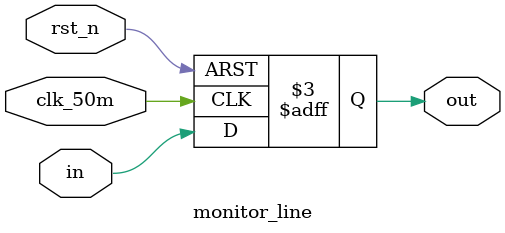
<source format=v>
/*
 * Hacky baud rate generator to divide a 50MHz clock into a 115200 baud
 * rx/tx pair where the rx clcken oversamples by 16x.
 */
module monitor_line (
    input  wire clk_50m,
    input  wire rst_n,
    input  wire in,
    output reg out
);


  always @(posedge clk_50m or negedge rst_n) begin
    if (!rst_n) out <= 1'b0;
    else out <= in;
  end

endmodule

</source>
